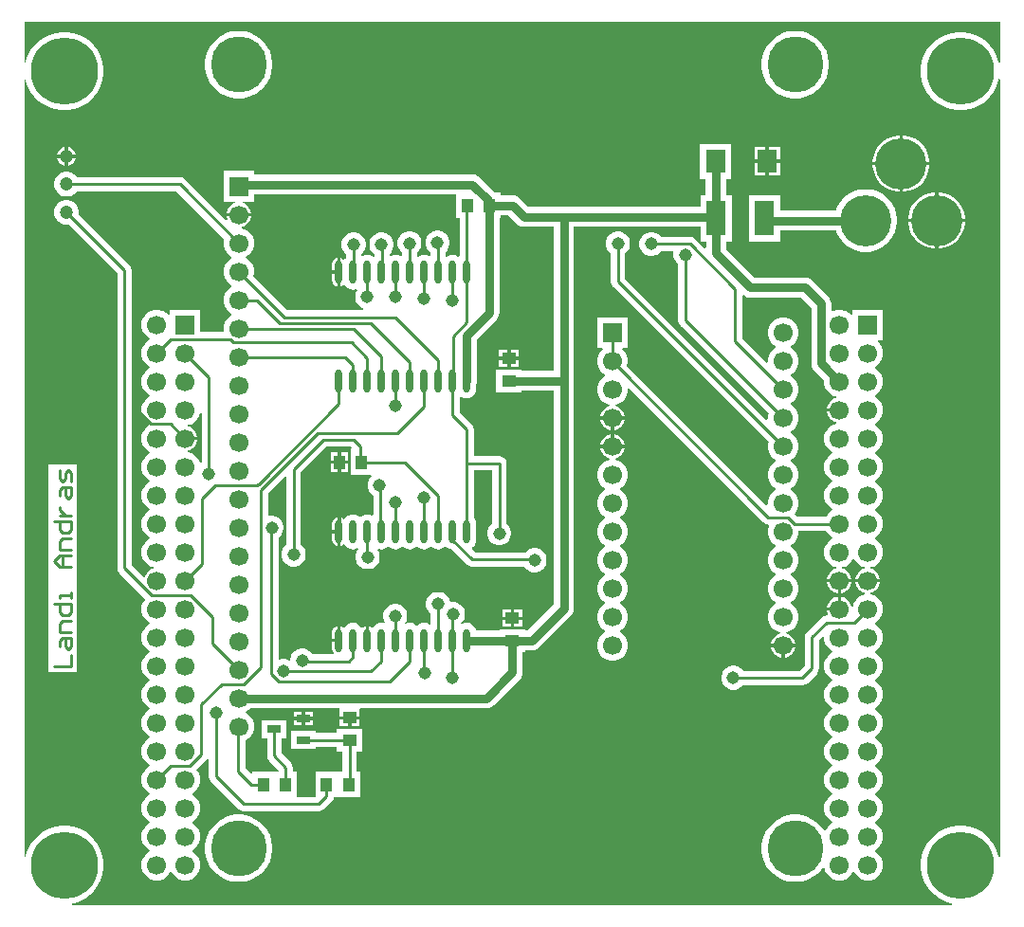
<source format=gtl>
G04*
G04 #@! TF.GenerationSoftware,Altium Limited,Altium Designer,24.2.2 (26)*
G04*
G04 Layer_Physical_Order=1*
G04 Layer_Color=255*
%FSLAX25Y25*%
%MOIN*%
G70*
G04*
G04 #@! TF.SameCoordinates,39AFF50E-F897-457A-A01D-6F320B20273F*
G04*
G04*
G04 #@! TF.FilePolarity,Positive*
G04*
G01*
G75*
%ADD14C,0.01000*%
%ADD30R,0.03937X0.05118*%
%ADD31R,0.04724X0.02559*%
%ADD32O,0.02559X0.08268*%
%ADD33R,0.07008X0.12402*%
%ADD34R,0.05118X0.03937*%
%ADD35R,0.07087X0.08268*%
%ADD36C,0.03000*%
%ADD37C,0.04724*%
%ADD38R,0.06693X0.06693*%
%ADD39C,0.06693*%
%ADD40C,0.19685*%
%ADD41C,0.18000*%
%ADD42R,0.06693X0.06693*%
%ADD43C,0.23622*%
%ADD44C,0.04500*%
%ADD45C,0.05000*%
G36*
X349034Y302086D02*
X348534Y302047D01*
X348471Y302447D01*
X347799Y304514D01*
X346812Y306451D01*
X345534Y308210D01*
X343997Y309747D01*
X342238Y311025D01*
X340302Y312012D01*
X338234Y312684D01*
X336087Y313024D01*
X333913D01*
X331766Y312684D01*
X329698Y312012D01*
X327762Y311025D01*
X326003Y309747D01*
X324465Y308210D01*
X323188Y306451D01*
X322201Y304514D01*
X321529Y302447D01*
X321189Y300300D01*
Y298126D01*
X321529Y295978D01*
X322201Y293911D01*
X323188Y291974D01*
X324465Y290215D01*
X326003Y288678D01*
X327762Y287400D01*
X329698Y286413D01*
X331766Y285742D01*
X333913Y285402D01*
X336087D01*
X338234Y285742D01*
X340302Y286413D01*
X342238Y287400D01*
X343997Y288678D01*
X345534Y290215D01*
X346812Y291974D01*
X347799Y293911D01*
X348471Y295978D01*
X348534Y296378D01*
X349034Y296339D01*
Y22874D01*
X348534Y22834D01*
X348471Y23234D01*
X347799Y25302D01*
X346812Y27239D01*
X345534Y28997D01*
X343997Y30534D01*
X342238Y31812D01*
X340302Y32799D01*
X338234Y33471D01*
X336087Y33811D01*
X333913D01*
X331766Y33471D01*
X329698Y32799D01*
X327762Y31812D01*
X326003Y30534D01*
X324465Y28997D01*
X323188Y27239D01*
X322201Y25302D01*
X321529Y23234D01*
X321189Y21087D01*
Y18913D01*
X321529Y16766D01*
X322201Y14698D01*
X323188Y12762D01*
X324465Y11003D01*
X326003Y9465D01*
X327762Y8188D01*
X329698Y7201D01*
X331766Y6529D01*
X332166Y6466D01*
X332126Y5966D01*
X22874D01*
X22834Y6466D01*
X23234Y6529D01*
X25302Y7201D01*
X27239Y8188D01*
X28997Y9465D01*
X30534Y11003D01*
X31812Y12762D01*
X32799Y14698D01*
X33471Y16766D01*
X33811Y18913D01*
Y21087D01*
X33471Y23234D01*
X32799Y25302D01*
X31812Y27239D01*
X30534Y28997D01*
X28997Y30534D01*
X27239Y31812D01*
X25302Y32799D01*
X23234Y33471D01*
X21087Y33811D01*
X18913D01*
X16766Y33471D01*
X14698Y32799D01*
X12762Y31812D01*
X11003Y30534D01*
X9465Y28997D01*
X8188Y27239D01*
X7201Y25302D01*
X6529Y23234D01*
X6466Y22834D01*
X5966Y22874D01*
Y296339D01*
X6466Y296378D01*
X6529Y295978D01*
X7201Y293911D01*
X8188Y291974D01*
X9465Y290215D01*
X11003Y288678D01*
X12762Y287400D01*
X14698Y286413D01*
X16766Y285742D01*
X18913Y285402D01*
X21087D01*
X23234Y285742D01*
X25302Y286413D01*
X27239Y287400D01*
X28997Y288678D01*
X30534Y290215D01*
X31812Y291974D01*
X32799Y293911D01*
X33471Y295978D01*
X33811Y298126D01*
Y300300D01*
X33471Y302447D01*
X32799Y304514D01*
X31812Y306451D01*
X30534Y308210D01*
X28997Y309747D01*
X27239Y311025D01*
X25302Y312012D01*
X23234Y312684D01*
X21087Y313024D01*
X18913D01*
X16766Y312684D01*
X14698Y312012D01*
X12762Y311025D01*
X11003Y309747D01*
X9465Y308210D01*
X8188Y306451D01*
X7201Y304514D01*
X6529Y302447D01*
X6466Y302047D01*
X5966Y302086D01*
Y316434D01*
X349034D01*
Y302086D01*
D02*
G37*
%LPC*%
G36*
X277901Y313333D02*
X276037D01*
X274196Y313041D01*
X272423Y312466D01*
X270762Y311619D01*
X269254Y310524D01*
X267936Y309205D01*
X266841Y307697D01*
X265994Y306036D01*
X265418Y304264D01*
X265127Y302423D01*
Y300558D01*
X265418Y298717D01*
X265994Y296945D01*
X266841Y295284D01*
X267936Y293776D01*
X269254Y292458D01*
X270762Y291362D01*
X272423Y290516D01*
X274196Y289940D01*
X276037Y289648D01*
X277901D01*
X279742Y289940D01*
X281515Y290516D01*
X283176Y291362D01*
X284684Y292458D01*
X286002Y293776D01*
X287098Y295284D01*
X287944Y296945D01*
X288520Y298717D01*
X288812Y300558D01*
Y302423D01*
X288520Y304264D01*
X287944Y306036D01*
X287098Y307697D01*
X286002Y309205D01*
X284684Y310524D01*
X283176Y311619D01*
X281515Y312466D01*
X279742Y313041D01*
X277901Y313333D01*
D02*
G37*
G36*
X82232D02*
X80368D01*
X78527Y313041D01*
X76754Y312466D01*
X75093Y311619D01*
X73585Y310524D01*
X72267Y309205D01*
X71171Y307697D01*
X70325Y306036D01*
X69749Y304264D01*
X69458Y302423D01*
Y300558D01*
X69749Y298717D01*
X70325Y296945D01*
X71171Y295284D01*
X72267Y293776D01*
X73585Y292458D01*
X75093Y291362D01*
X76754Y290516D01*
X78527Y289940D01*
X80368Y289648D01*
X82232D01*
X84073Y289940D01*
X85846Y290516D01*
X87507Y291362D01*
X89015Y292458D01*
X90333Y293776D01*
X91429Y295284D01*
X92275Y296945D01*
X92851Y298717D01*
X93142Y300558D01*
Y302423D01*
X92851Y304264D01*
X92275Y306036D01*
X91429Y307697D01*
X90333Y309205D01*
X89015Y310524D01*
X87507Y311619D01*
X85846Y312466D01*
X84073Y313041D01*
X82232Y313333D01*
D02*
G37*
G36*
X21348Y272564D02*
Y269848D01*
X24064D01*
X23876Y270549D01*
X23435Y271312D01*
X22812Y271935D01*
X22049Y272376D01*
X21348Y272564D01*
D02*
G37*
G36*
X20167D02*
X19466Y272376D01*
X18703Y271935D01*
X18080Y271312D01*
X17639Y270549D01*
X17451Y269848D01*
X20167D01*
Y272564D01*
D02*
G37*
G36*
X271638Y272618D02*
X267701D01*
Y268091D01*
X271638D01*
Y272618D01*
D02*
G37*
G36*
X266520D02*
X262583D01*
Y268091D01*
X266520D01*
Y272618D01*
D02*
G37*
G36*
X315183Y276684D02*
X314791D01*
Y267290D01*
X324184D01*
Y267683D01*
X323801Y269612D01*
X323048Y271429D01*
X321955Y273065D01*
X320565Y274455D01*
X318929Y275548D01*
X317112Y276301D01*
X315183Y276684D01*
D02*
G37*
G36*
X313610D02*
X313217D01*
X311288Y276301D01*
X309471Y275548D01*
X307835Y274455D01*
X306445Y273065D01*
X305352Y271429D01*
X304599Y269612D01*
X304216Y267683D01*
Y267290D01*
X313610D01*
Y276684D01*
D02*
G37*
G36*
X24064Y268667D02*
X21348D01*
Y265951D01*
X22049Y266139D01*
X22812Y266580D01*
X23435Y267203D01*
X23876Y267966D01*
X24064Y268667D01*
D02*
G37*
G36*
X20167D02*
X17451D01*
X17639Y267966D01*
X18080Y267203D01*
X18703Y266580D01*
X19466Y266139D01*
X20167Y265951D01*
Y268667D01*
D02*
G37*
G36*
X271638Y266910D02*
X267701D01*
Y262382D01*
X271638D01*
Y266910D01*
D02*
G37*
G36*
X266520D02*
X262583D01*
Y262382D01*
X266520D01*
Y266910D01*
D02*
G37*
G36*
X324184Y266109D02*
X314791D01*
Y256716D01*
X315183D01*
X317112Y257099D01*
X318929Y257852D01*
X320565Y258945D01*
X321955Y260335D01*
X323048Y261971D01*
X323801Y263788D01*
X324184Y265717D01*
Y266109D01*
D02*
G37*
G36*
X313610D02*
X304216D01*
Y265717D01*
X304599Y263788D01*
X305352Y261971D01*
X306445Y260335D01*
X307835Y258945D01*
X309471Y257852D01*
X311288Y257099D01*
X313217Y256716D01*
X313610D01*
Y266109D01*
D02*
G37*
G36*
X254543Y273634D02*
X243457D01*
Y261366D01*
X245520D01*
Y255601D01*
X243596D01*
Y251530D01*
X183062D01*
X180096Y254496D01*
X179365Y255057D01*
X178514Y255410D01*
X177600Y255530D01*
X173442D01*
Y256559D01*
X171233D01*
X165996Y261796D01*
X165265Y262357D01*
X164414Y262710D01*
X163500Y262830D01*
X86646D01*
Y264042D01*
X75954D01*
Y253349D01*
X80003D01*
X80069Y252849D01*
X79628Y252731D01*
X78641Y252161D01*
X77835Y251354D01*
X77264Y250367D01*
X76975Y249286D01*
X81300D01*
X85625D01*
X85336Y250367D01*
X84765Y251354D01*
X83959Y252161D01*
X82972Y252731D01*
X82531Y252849D01*
X82597Y253349D01*
X86646D01*
Y255770D01*
X157632D01*
Y247441D01*
X158951D01*
Y234232D01*
X158451Y233985D01*
X158154Y234213D01*
X157356Y234544D01*
X156500Y234657D01*
X155644Y234544D01*
X154846Y234213D01*
X154399Y233870D01*
X153899Y234117D01*
Y235589D01*
X154601Y236290D01*
X155160Y237260D01*
X155450Y238340D01*
Y239459D01*
X155160Y240540D01*
X154601Y241510D01*
X153810Y242301D01*
X152840Y242860D01*
X151760Y243150D01*
X150640D01*
X149560Y242860D01*
X148590Y242301D01*
X147799Y241510D01*
X147240Y240540D01*
X146950Y239459D01*
Y238340D01*
X147240Y237260D01*
X147799Y236290D01*
X148590Y235499D01*
X148801Y235378D01*
Y234282D01*
X148353Y234061D01*
X148154Y234213D01*
X147356Y234544D01*
X146500Y234657D01*
X145644Y234544D01*
X144846Y234213D01*
X144449Y233909D01*
X143949Y234155D01*
Y235339D01*
X144701Y236090D01*
X145260Y237060D01*
X145550Y238141D01*
Y239260D01*
X145260Y240340D01*
X144701Y241310D01*
X143910Y242101D01*
X142940Y242660D01*
X141859Y242950D01*
X140741D01*
X139660Y242660D01*
X138690Y242101D01*
X137899Y241310D01*
X137340Y240340D01*
X137050Y239260D01*
Y238141D01*
X137340Y237060D01*
X137899Y236090D01*
X138690Y235299D01*
X138851Y235206D01*
Y234309D01*
X138351Y234062D01*
X138154Y234213D01*
X137356Y234544D01*
X136500Y234657D01*
X135644Y234544D01*
X134846Y234213D01*
X134697Y234099D01*
X134249Y234321D01*
Y234939D01*
X134901Y235590D01*
X135460Y236560D01*
X135750Y237641D01*
Y238759D01*
X135460Y239840D01*
X134901Y240810D01*
X134110Y241601D01*
X133140Y242160D01*
X132060Y242450D01*
X130940D01*
X129860Y242160D01*
X128890Y241601D01*
X128099Y240810D01*
X127540Y239840D01*
X127250Y238759D01*
Y237641D01*
X127540Y236560D01*
X128099Y235590D01*
X128890Y234799D01*
X129151Y234649D01*
Y234071D01*
X128654Y233834D01*
X128645Y233837D01*
X128154Y234213D01*
X127356Y234544D01*
X126500Y234657D01*
X125644Y234544D01*
X124846Y234213D01*
X124785Y234167D01*
X124309Y234399D01*
X124304Y234738D01*
X124410Y234799D01*
X125201Y235590D01*
X125760Y236560D01*
X126050Y237641D01*
Y238759D01*
X125760Y239840D01*
X125201Y240810D01*
X124410Y241601D01*
X123440Y242160D01*
X122360Y242450D01*
X121240D01*
X120160Y242160D01*
X119190Y241601D01*
X118399Y240810D01*
X117840Y239840D01*
X117550Y238759D01*
Y237641D01*
X117840Y236560D01*
X118399Y235590D01*
X119101Y234889D01*
Y233610D01*
X118680Y233061D01*
X118214Y232973D01*
X118095Y233005D01*
X117383Y233481D01*
X117091Y233540D01*
Y228495D01*
Y223449D01*
X117383Y223508D01*
X118095Y223984D01*
X118214Y224016D01*
X118680Y223928D01*
X119161Y223301D01*
X119846Y222776D01*
X120644Y222445D01*
X121500Y222332D01*
X122356Y222445D01*
X122601Y222546D01*
X122949Y222149D01*
X122540Y221440D01*
X122250Y220359D01*
Y219240D01*
X122540Y218160D01*
X123099Y217190D01*
X123890Y216399D01*
X124860Y215840D01*
X125217Y215744D01*
X125151Y215244D01*
X98356D01*
X86427Y227173D01*
X86646Y227991D01*
Y229399D01*
X86282Y230759D01*
X85578Y231978D01*
X84583Y232974D01*
X83833Y233407D01*
Y233984D01*
X84583Y234417D01*
X85578Y235413D01*
X86282Y236632D01*
X86646Y237991D01*
Y239399D01*
X86282Y240759D01*
X85578Y241978D01*
X84583Y242973D01*
X83364Y243677D01*
X82301Y243962D01*
Y244480D01*
X82972Y244660D01*
X83959Y245230D01*
X84765Y246036D01*
X85336Y247024D01*
X85625Y248105D01*
X81300D01*
X76975D01*
X77264Y247024D01*
X76838Y246762D01*
X62383Y261217D01*
X61556Y261770D01*
X60580Y261964D01*
X24323D01*
X24248Y262093D01*
X23436Y262906D01*
X22441Y263480D01*
X21332Y263777D01*
X20183D01*
X19074Y263480D01*
X18079Y262906D01*
X17267Y262093D01*
X16693Y261099D01*
X16395Y259989D01*
Y258841D01*
X16693Y257731D01*
X17267Y256736D01*
X18079Y255924D01*
X19074Y255350D01*
X20183Y255053D01*
X21332D01*
X22441Y255350D01*
X23436Y255924D01*
X24248Y256736D01*
X24323Y256866D01*
X59525D01*
X76173Y240218D01*
X75954Y239399D01*
Y237991D01*
X76318Y236632D01*
X77022Y235413D01*
X78017Y234417D01*
X78767Y233984D01*
Y233407D01*
X78017Y232974D01*
X77022Y231978D01*
X76318Y230759D01*
X75954Y229399D01*
Y227991D01*
X76318Y226632D01*
X77022Y225413D01*
X78017Y224417D01*
X78768Y223984D01*
Y223407D01*
X78017Y222973D01*
X77021Y221978D01*
X76318Y220759D01*
X75953Y219399D01*
Y217991D01*
X76318Y216631D01*
X77021Y215412D01*
X78017Y214417D01*
X78767Y213984D01*
Y213406D01*
X78017Y212973D01*
X77021Y211978D01*
X76318Y210759D01*
X75953Y209399D01*
Y207991D01*
X76007Y207792D01*
X75702Y207395D01*
X67847D01*
Y215347D01*
X57153D01*
Y213584D01*
X56653Y213407D01*
X55783Y214278D01*
X54564Y214982D01*
X53204Y215347D01*
X51796D01*
X50436Y214982D01*
X49217Y214278D01*
X48222Y213283D01*
X47518Y212064D01*
X47154Y210704D01*
Y209296D01*
X47518Y207936D01*
X48222Y206717D01*
X49217Y205722D01*
X49967Y205289D01*
Y204711D01*
X49217Y204278D01*
X48222Y203283D01*
X47518Y202064D01*
X47154Y200704D01*
Y199296D01*
X47518Y197936D01*
X48222Y196717D01*
X49217Y195722D01*
X49967Y195289D01*
Y194711D01*
X49217Y194278D01*
X48222Y193283D01*
X47518Y192064D01*
X47154Y190704D01*
Y189296D01*
X47518Y187936D01*
X48222Y186717D01*
X49217Y185722D01*
X49967Y185289D01*
Y184711D01*
X49217Y184278D01*
X48222Y183283D01*
X47518Y182064D01*
X47154Y180704D01*
Y179296D01*
X47518Y177936D01*
X48222Y176717D01*
X49217Y175722D01*
X49967Y175289D01*
Y174711D01*
X49217Y174278D01*
X48222Y173283D01*
X47518Y172064D01*
X47154Y170704D01*
Y169296D01*
X47518Y167936D01*
X48222Y166717D01*
X49217Y165722D01*
X49967Y165289D01*
Y164711D01*
X49217Y164278D01*
X48222Y163283D01*
X47518Y162064D01*
X47154Y160704D01*
Y159296D01*
X47518Y157936D01*
X48222Y156717D01*
X49217Y155722D01*
X49967Y155289D01*
Y154711D01*
X49217Y154278D01*
X48222Y153283D01*
X47518Y152064D01*
X47154Y150704D01*
Y149296D01*
X47518Y147936D01*
X48222Y146717D01*
X49217Y145722D01*
X49967Y145289D01*
Y144711D01*
X49217Y144278D01*
X48222Y143283D01*
X47518Y142064D01*
X47154Y140704D01*
Y139296D01*
X47518Y137936D01*
X48222Y136717D01*
X49217Y135722D01*
X49967Y135289D01*
Y134711D01*
X49217Y134278D01*
X48222Y133283D01*
X47518Y132064D01*
X47154Y130704D01*
Y129296D01*
X47518Y127936D01*
X48222Y126717D01*
X49217Y125722D01*
X50436Y125018D01*
X51499Y124733D01*
Y124215D01*
X50828Y124036D01*
X49841Y123465D01*
X49035Y122659D01*
X48464Y121672D01*
X48407Y121457D01*
X47924Y121327D01*
X43718Y125533D01*
Y229161D01*
X43524Y230136D01*
X42972Y230963D01*
X25081Y248854D01*
X25120Y248998D01*
Y250147D01*
X24822Y251256D01*
X24248Y252251D01*
X23436Y253063D01*
X22441Y253637D01*
X21332Y253935D01*
X20183D01*
X19074Y253637D01*
X18079Y253063D01*
X17267Y252251D01*
X16693Y251256D01*
X16395Y250147D01*
Y248998D01*
X16693Y247889D01*
X17267Y246894D01*
X18079Y246082D01*
X19074Y245508D01*
X20183Y245210D01*
X21332D01*
X21476Y245249D01*
X38620Y228105D01*
Y124477D01*
X38814Y123502D01*
X39367Y122675D01*
X48490Y113551D01*
X48222Y113283D01*
X47518Y112064D01*
X47154Y110704D01*
Y109296D01*
X47518Y107936D01*
X48222Y106717D01*
X49217Y105722D01*
X49967Y105289D01*
Y104711D01*
X49217Y104278D01*
X48222Y103283D01*
X47518Y102064D01*
X47154Y100704D01*
Y99296D01*
X47518Y97936D01*
X48222Y96717D01*
X49217Y95722D01*
X49967Y95289D01*
Y94711D01*
X49217Y94278D01*
X48222Y93283D01*
X47518Y92064D01*
X47154Y90704D01*
Y89296D01*
X47518Y87936D01*
X48222Y86717D01*
X49217Y85722D01*
X49967Y85289D01*
Y84711D01*
X49217Y84278D01*
X48222Y83283D01*
X47518Y82064D01*
X47154Y80704D01*
Y79296D01*
X47518Y77936D01*
X48222Y76717D01*
X49217Y75722D01*
X49967Y75289D01*
Y74711D01*
X49217Y74278D01*
X48222Y73283D01*
X47518Y72064D01*
X47154Y70704D01*
Y69296D01*
X47518Y67936D01*
X48222Y66717D01*
X49217Y65722D01*
X49967Y65289D01*
Y64711D01*
X49217Y64278D01*
X48222Y63283D01*
X47518Y62064D01*
X47154Y60704D01*
Y59296D01*
X47518Y57936D01*
X48222Y56717D01*
X49217Y55722D01*
X49967Y55289D01*
Y54711D01*
X49217Y54278D01*
X48222Y53283D01*
X47518Y52064D01*
X47154Y50704D01*
Y49296D01*
X47518Y47936D01*
X48222Y46717D01*
X49217Y45722D01*
X49967Y45289D01*
Y44711D01*
X49217Y44278D01*
X48222Y43283D01*
X47518Y42064D01*
X47154Y40704D01*
Y39296D01*
X47518Y37936D01*
X48222Y36717D01*
X49217Y35722D01*
X49967Y35289D01*
Y34711D01*
X49217Y34278D01*
X48222Y33283D01*
X47518Y32064D01*
X47154Y30704D01*
Y29296D01*
X47518Y27936D01*
X48222Y26717D01*
X49217Y25722D01*
X49967Y25289D01*
Y24711D01*
X49217Y24278D01*
X48222Y23283D01*
X47518Y22064D01*
X47154Y20704D01*
Y19296D01*
X47518Y17936D01*
X48222Y16717D01*
X49217Y15722D01*
X50436Y15018D01*
X51796Y14654D01*
X53204D01*
X54564Y15018D01*
X55783Y15722D01*
X56778Y16717D01*
X57211Y17467D01*
X57789D01*
X58222Y16717D01*
X59217Y15722D01*
X60436Y15018D01*
X61796Y14654D01*
X63204D01*
X64564Y15018D01*
X65783Y15722D01*
X66778Y16717D01*
X67482Y17936D01*
X67847Y19296D01*
Y20704D01*
X67482Y22064D01*
X66778Y23283D01*
X65783Y24278D01*
X65033Y24711D01*
Y25289D01*
X65783Y25722D01*
X66778Y26717D01*
X67482Y27936D01*
X67847Y29296D01*
Y30704D01*
X67482Y32064D01*
X66778Y33283D01*
X65783Y34278D01*
X65033Y34711D01*
Y35289D01*
X65783Y35722D01*
X66778Y36717D01*
X67482Y37936D01*
X67847Y39296D01*
Y40704D01*
X67482Y42064D01*
X66778Y43283D01*
X65783Y44278D01*
X65033Y44711D01*
Y45289D01*
X65783Y45722D01*
X66778Y46717D01*
X67482Y47936D01*
X67847Y49296D01*
Y50704D01*
X67482Y52064D01*
X66778Y53283D01*
X66510Y53551D01*
X69902Y56944D01*
X70251Y57465D01*
X70751Y57314D01*
Y51200D01*
X70945Y50225D01*
X71498Y49398D01*
X81298Y39598D01*
X82125Y39045D01*
X83100Y38851D01*
X109300D01*
X110275Y39045D01*
X111102Y39598D01*
X114002Y42498D01*
X114555Y43325D01*
X114638Y43740D01*
X124042D01*
Y52858D01*
X122823D01*
Y59895D01*
X124859D01*
Y67831D01*
X115741D01*
Y66549D01*
X108462D01*
Y67279D01*
X99738D01*
Y60720D01*
X108462D01*
Y61451D01*
X115741D01*
Y59895D01*
X117725D01*
Y52858D01*
X108231D01*
Y43949D01*
X101805D01*
Y52859D01*
X100386D01*
Y54363D01*
X100192Y55339D01*
X99639Y56165D01*
X96349Y59456D01*
Y64461D01*
X98013D01*
Y71020D01*
X89289D01*
Y64461D01*
X91251D01*
Y58400D01*
X91445Y57424D01*
X91998Y56598D01*
X95236Y53359D01*
X95163Y52859D01*
X85994D01*
Y52364D01*
X85533Y52172D01*
X83649Y54056D01*
Y63877D01*
X84582Y64416D01*
X85577Y65411D01*
X86281Y66630D01*
X86645Y67990D01*
Y69398D01*
X86281Y70758D01*
X85577Y71977D01*
X84582Y72972D01*
X83831Y73405D01*
Y73983D01*
X84582Y74416D01*
X85330Y75164D01*
X116694D01*
X116757Y74690D01*
X116757Y74664D01*
Y72328D01*
X120300D01*
X123843D01*
Y74664D01*
X123843Y74690D01*
X123906Y75164D01*
X168394D01*
X169308Y75284D01*
X170159Y75637D01*
X170890Y76198D01*
X179996Y85304D01*
X180557Y86035D01*
X180910Y86886D01*
X181030Y87800D01*
Y94932D01*
X182059D01*
Y95370D01*
X184300D01*
X185214Y95490D01*
X186065Y95843D01*
X186796Y96404D01*
X198096Y107704D01*
X198657Y108435D01*
X199010Y109286D01*
X199130Y110200D01*
Y244470D01*
X243596D01*
Y239199D01*
X245570D01*
Y237092D01*
X245108Y236900D01*
X241756Y240252D01*
X240929Y240805D01*
X239953Y240999D01*
X229707D01*
X229701Y241010D01*
X228910Y241801D01*
X227940Y242360D01*
X226859Y242650D01*
X225741D01*
X224660Y242360D01*
X223690Y241801D01*
X222899Y241010D01*
X222340Y240040D01*
X222050Y238960D01*
Y237841D01*
X222340Y236760D01*
X222899Y235790D01*
X223690Y234999D01*
X224660Y234440D01*
X225741Y234150D01*
X226859D01*
X227940Y234440D01*
X228910Y234999D01*
X229701Y235790D01*
X229765Y235901D01*
X233911D01*
X234216Y235504D01*
X234150Y235260D01*
Y234140D01*
X234440Y233060D01*
X234999Y232090D01*
X235790Y231299D01*
X235851Y231264D01*
Y211500D01*
X236045Y210524D01*
X236598Y209697D01*
X267573Y178722D01*
X267354Y177903D01*
Y176858D01*
X266853Y176651D01*
X217149Y226356D01*
Y235064D01*
X217210Y235099D01*
X218001Y235890D01*
X218560Y236860D01*
X218850Y237941D01*
Y239059D01*
X218560Y240140D01*
X218001Y241110D01*
X217210Y241901D01*
X216240Y242460D01*
X215160Y242750D01*
X214040D01*
X212960Y242460D01*
X211990Y241901D01*
X211199Y241110D01*
X210640Y240140D01*
X210350Y239059D01*
Y237941D01*
X210640Y236860D01*
X211199Y235890D01*
X211990Y235099D01*
X212051Y235064D01*
Y225300D01*
X212245Y224324D01*
X212798Y223497D01*
X267573Y168722D01*
X267354Y167903D01*
Y166496D01*
X267718Y165136D01*
X268422Y163917D01*
X269417Y162922D01*
X270167Y162488D01*
Y161911D01*
X269417Y161478D01*
X268422Y160483D01*
X267718Y159263D01*
X267354Y157904D01*
Y156496D01*
X267718Y155136D01*
X268422Y153917D01*
X269417Y152921D01*
X270167Y152488D01*
Y151911D01*
X269417Y151478D01*
X268422Y150482D01*
X267718Y149263D01*
X267354Y147904D01*
Y146858D01*
X266853Y146651D01*
X217827Y195678D01*
X218046Y196496D01*
Y197904D01*
X217682Y199264D01*
X216978Y200483D01*
X216108Y201354D01*
X216284Y201853D01*
X218046D01*
Y212546D01*
X207353D01*
Y201853D01*
X209116D01*
X209293Y201354D01*
X208422Y200483D01*
X207718Y199264D01*
X207353Y197904D01*
Y196496D01*
X207718Y195136D01*
X208422Y193917D01*
X209417Y192922D01*
X210167Y192489D01*
Y191911D01*
X209417Y191478D01*
X208422Y190483D01*
X207718Y189264D01*
X207353Y187904D01*
Y186496D01*
X207718Y185136D01*
X208422Y183917D01*
X209417Y182922D01*
X210636Y182218D01*
X211700Y181933D01*
Y181415D01*
X211028Y181236D01*
X210041Y180665D01*
X209235Y179859D01*
X208664Y178872D01*
X208375Y177791D01*
X212700D01*
X217025D01*
X216736Y178872D01*
X216165Y179859D01*
X215359Y180665D01*
X214372Y181236D01*
X213701Y181415D01*
Y181933D01*
X214764Y182218D01*
X215983Y182922D01*
X216978Y183917D01*
X217682Y185136D01*
X218046Y186496D01*
Y187542D01*
X218547Y187749D01*
X265744Y140551D01*
X266571Y139998D01*
X267462Y139821D01*
X267786Y139381D01*
X267718Y139263D01*
X267354Y137903D01*
Y136496D01*
X267718Y135136D01*
X268422Y133917D01*
X269417Y132922D01*
X270167Y132488D01*
Y131911D01*
X269417Y131478D01*
X268422Y130482D01*
X267718Y129263D01*
X267354Y127903D01*
Y126496D01*
X267718Y125136D01*
X268422Y123917D01*
X269417Y122922D01*
X270167Y122488D01*
Y121911D01*
X269417Y121478D01*
X268422Y120483D01*
X267718Y119263D01*
X267354Y117903D01*
Y116496D01*
X267718Y115136D01*
X268422Y113917D01*
X269417Y112922D01*
X270167Y112488D01*
Y111911D01*
X269417Y111478D01*
X268422Y110483D01*
X267718Y109263D01*
X267354Y107904D01*
Y106496D01*
X267718Y105136D01*
X268422Y103917D01*
X269417Y102921D01*
X270636Y102218D01*
X271700Y101933D01*
Y101415D01*
X271028Y101235D01*
X270041Y100665D01*
X269235Y99859D01*
X268664Y98871D01*
X268375Y97790D01*
X272700D01*
X277025D01*
X276736Y98871D01*
X276165Y99859D01*
X275359Y100665D01*
X274372Y101235D01*
X273700Y101415D01*
Y101933D01*
X274764Y102218D01*
X275983Y102921D01*
X276978Y103917D01*
X277682Y105136D01*
X278046Y106496D01*
Y107904D01*
X277682Y109263D01*
X276978Y110483D01*
X275983Y111478D01*
X275233Y111911D01*
Y112488D01*
X275983Y112922D01*
X276978Y113917D01*
X277682Y115136D01*
X278046Y116496D01*
Y117903D01*
X277682Y119263D01*
X276978Y120483D01*
X275983Y121478D01*
X275233Y121911D01*
Y122488D01*
X275983Y122922D01*
X276978Y123917D01*
X277682Y125136D01*
X278046Y126496D01*
Y127903D01*
X277682Y129263D01*
X276978Y130482D01*
X275983Y131478D01*
X275233Y131911D01*
Y132488D01*
X275983Y132922D01*
X276978Y133917D01*
X277682Y135136D01*
X278046Y136496D01*
Y137451D01*
X287798D01*
X288222Y136717D01*
X289217Y135722D01*
X289967Y135289D01*
Y134711D01*
X289217Y134278D01*
X288222Y133283D01*
X287518Y132064D01*
X287154Y130704D01*
Y129296D01*
X287518Y127936D01*
X288222Y126717D01*
X289217Y125722D01*
X290436Y125018D01*
X291499Y124733D01*
Y124215D01*
X290828Y124036D01*
X289841Y123465D01*
X289035Y122659D01*
X288464Y121672D01*
X288175Y120591D01*
X292500D01*
X296825D01*
X296536Y121672D01*
X295965Y122659D01*
X295159Y123465D01*
X294172Y124036D01*
X293500Y124215D01*
Y124733D01*
X294564Y125018D01*
X295783Y125722D01*
X296778Y126717D01*
X297211Y127467D01*
X297789D01*
X298222Y126717D01*
X299217Y125722D01*
X300436Y125018D01*
X301500Y124733D01*
Y124215D01*
X300828Y124036D01*
X299841Y123465D01*
X299035Y122659D01*
X298464Y121672D01*
X298175Y120591D01*
X302500D01*
X306825D01*
X306536Y121672D01*
X305965Y122659D01*
X305159Y123465D01*
X304172Y124036D01*
X303501Y124215D01*
Y124733D01*
X304564Y125018D01*
X305783Y125722D01*
X306778Y126717D01*
X307482Y127936D01*
X307846Y129296D01*
Y130704D01*
X307482Y132064D01*
X306778Y133283D01*
X305783Y134278D01*
X305033Y134711D01*
Y135289D01*
X305783Y135722D01*
X306778Y136717D01*
X307482Y137936D01*
X307846Y139296D01*
Y140704D01*
X307482Y142064D01*
X306778Y143283D01*
X305783Y144278D01*
X305033Y144711D01*
Y145289D01*
X305783Y145722D01*
X306778Y146717D01*
X307482Y147936D01*
X307846Y149296D01*
Y150704D01*
X307482Y152064D01*
X306778Y153283D01*
X305783Y154278D01*
X305033Y154711D01*
Y155289D01*
X305783Y155722D01*
X306778Y156717D01*
X307482Y157936D01*
X307846Y159296D01*
Y160704D01*
X307482Y162064D01*
X306778Y163283D01*
X305783Y164278D01*
X305033Y164711D01*
Y165289D01*
X305783Y165722D01*
X306778Y166717D01*
X307482Y167936D01*
X307846Y169296D01*
Y170704D01*
X307482Y172064D01*
X306778Y173283D01*
X305783Y174278D01*
X305033Y174711D01*
Y175289D01*
X305783Y175722D01*
X306778Y176717D01*
X307482Y177936D01*
X307846Y179296D01*
Y180704D01*
X307482Y182064D01*
X306778Y183283D01*
X305783Y184278D01*
X305033Y184711D01*
Y185289D01*
X305783Y185722D01*
X306778Y186717D01*
X307482Y187936D01*
X307846Y189296D01*
Y190704D01*
X307482Y192064D01*
X306778Y193283D01*
X305783Y194278D01*
X305033Y194711D01*
Y195289D01*
X305783Y195722D01*
X306778Y196717D01*
X307482Y197936D01*
X307846Y199296D01*
Y200704D01*
X307482Y202064D01*
X306778Y203283D01*
X305908Y204153D01*
X306084Y204654D01*
X307846D01*
Y215347D01*
X297153D01*
Y213584D01*
X296654Y213407D01*
X295783Y214278D01*
X294564Y214982D01*
X293204Y215347D01*
X291796D01*
X290436Y214982D01*
X290081Y214777D01*
X289648Y215027D01*
Y217425D01*
X289648Y217425D01*
X289528Y218338D01*
X289175Y219190D01*
X288614Y219921D01*
X288614Y219921D01*
X282939Y225596D01*
X282208Y226157D01*
X281356Y226510D01*
X280443Y226630D01*
X262562D01*
X252630Y236562D01*
Y239199D01*
X254604D01*
Y255601D01*
X252580D01*
Y261366D01*
X254543D01*
Y273634D01*
D02*
G37*
G36*
X302566Y257700D02*
X300834D01*
X299124Y257429D01*
X297478Y256894D01*
X295935Y256108D01*
X294534Y255090D01*
X293310Y253866D01*
X292292Y252465D01*
X291506Y250922D01*
X291281Y250230D01*
X271604D01*
Y255601D01*
X260596D01*
Y239199D01*
X271604D01*
Y243170D01*
X291281D01*
X291506Y242477D01*
X292292Y240935D01*
X293310Y239534D01*
X294534Y238310D01*
X295935Y237292D01*
X297478Y236506D01*
X299124Y235971D01*
X300834Y235700D01*
X302566D01*
X304276Y235971D01*
X305923Y236506D01*
X307465Y237292D01*
X308866Y238310D01*
X310090Y239534D01*
X311108Y240935D01*
X311894Y242477D01*
X312429Y244124D01*
X312700Y245834D01*
Y247566D01*
X312429Y249276D01*
X311894Y250922D01*
X311108Y252465D01*
X310090Y253866D01*
X308866Y255090D01*
X307465Y256108D01*
X305923Y256894D01*
X304276Y257429D01*
X302566Y257700D01*
D02*
G37*
G36*
X327683Y256684D02*
X327291D01*
Y247290D01*
X336684D01*
Y247683D01*
X336301Y249612D01*
X335548Y251429D01*
X334455Y253065D01*
X333065Y254455D01*
X331429Y255548D01*
X329612Y256301D01*
X327683Y256684D01*
D02*
G37*
G36*
X326110D02*
X325717D01*
X323788Y256301D01*
X321971Y255548D01*
X320335Y254455D01*
X318945Y253065D01*
X317852Y251429D01*
X317099Y249612D01*
X316716Y247683D01*
Y247290D01*
X326110D01*
Y256684D01*
D02*
G37*
G36*
X336684Y246110D02*
X327291D01*
Y236716D01*
X327683D01*
X329612Y237099D01*
X331429Y237852D01*
X333065Y238945D01*
X334455Y240335D01*
X335548Y241971D01*
X336301Y243788D01*
X336684Y245717D01*
Y246110D01*
D02*
G37*
G36*
X326110D02*
X316716D01*
Y245717D01*
X317099Y243788D01*
X317852Y241971D01*
X318945Y240335D01*
X320335Y238945D01*
X321971Y237852D01*
X323788Y237099D01*
X325717Y236716D01*
X326110D01*
Y246110D01*
D02*
G37*
G36*
X115909Y233540D02*
X115617Y233481D01*
X114868Y232981D01*
X114368Y232232D01*
X114192Y231349D01*
Y229085D01*
X115909D01*
Y233540D01*
D02*
G37*
G36*
Y227904D02*
X114192D01*
Y225640D01*
X114368Y224757D01*
X114868Y224008D01*
X115617Y223508D01*
X115909Y223449D01*
Y227904D01*
D02*
G37*
G36*
X217025Y176609D02*
X213291D01*
Y172875D01*
X214372Y173164D01*
X215359Y173735D01*
X216165Y174541D01*
X216736Y175528D01*
X217025Y176609D01*
D02*
G37*
G36*
X212109D02*
X208375D01*
X208664Y175528D01*
X209235Y174541D01*
X210041Y173735D01*
X211028Y173164D01*
X212109Y172875D01*
Y176609D01*
D02*
G37*
G36*
X213291Y171525D02*
Y167791D01*
X217025D01*
X216736Y168872D01*
X216165Y169859D01*
X215359Y170665D01*
X214372Y171236D01*
X213291Y171525D01*
D02*
G37*
G36*
X212109D02*
X211028Y171236D01*
X210041Y170665D01*
X209235Y169859D01*
X208664Y168872D01*
X208375Y167791D01*
X212109D01*
Y171525D01*
D02*
G37*
G36*
X296825Y119409D02*
X293091D01*
Y115675D01*
X294172Y115964D01*
X295159Y116535D01*
X295965Y117341D01*
X296536Y118328D01*
X296825Y119409D01*
D02*
G37*
G36*
X291910D02*
X288175D01*
X288464Y118328D01*
X289035Y117341D01*
X289841Y116535D01*
X290828Y115964D01*
X291910Y115675D01*
Y119409D01*
D02*
G37*
G36*
X306825D02*
X302500D01*
X298175D01*
X298464Y118328D01*
X299035Y117341D01*
X299841Y116535D01*
X300828Y115964D01*
X301500Y115785D01*
Y115267D01*
X300436Y114982D01*
X299217Y114278D01*
X298222Y113283D01*
X297518Y112064D01*
X297233Y111001D01*
X296715D01*
X296536Y111672D01*
X295965Y112659D01*
X295159Y113465D01*
X294172Y114036D01*
X293091Y114325D01*
Y110000D01*
X292500D01*
Y109409D01*
X288175D01*
X288464Y108328D01*
X288549Y108182D01*
X288299Y107749D01*
X287900D01*
X286925Y107555D01*
X286098Y107002D01*
X280998Y101902D01*
X280445Y101075D01*
X280251Y100100D01*
Y90156D01*
X278444Y88349D01*
X258636D01*
X258601Y88410D01*
X257810Y89201D01*
X256840Y89760D01*
X255760Y90050D01*
X254641D01*
X253560Y89760D01*
X252590Y89201D01*
X251799Y88410D01*
X251240Y87440D01*
X250950Y86360D01*
Y85241D01*
X251240Y84160D01*
X251799Y83190D01*
X252590Y82399D01*
X253560Y81840D01*
X254641Y81550D01*
X255760D01*
X256840Y81840D01*
X257810Y82399D01*
X258601Y83190D01*
X258636Y83251D01*
X279500D01*
X280475Y83445D01*
X281302Y83998D01*
X284602Y87298D01*
X285155Y88125D01*
X285349Y89100D01*
Y99044D01*
X286653Y100349D01*
X287154Y100142D01*
Y99296D01*
X287518Y97936D01*
X288222Y96717D01*
X289217Y95722D01*
X289967Y95289D01*
Y94711D01*
X289217Y94278D01*
X288222Y93283D01*
X287518Y92064D01*
X287154Y90704D01*
Y89296D01*
X287518Y87936D01*
X288222Y86717D01*
X289217Y85722D01*
X289967Y85289D01*
Y84711D01*
X289217Y84278D01*
X288222Y83283D01*
X287518Y82064D01*
X287154Y80704D01*
Y79296D01*
X287518Y77936D01*
X288222Y76717D01*
X289217Y75722D01*
X289967Y75289D01*
Y74711D01*
X289217Y74278D01*
X288222Y73283D01*
X287518Y72064D01*
X287154Y70704D01*
Y69296D01*
X287518Y67936D01*
X288222Y66717D01*
X289217Y65722D01*
X289967Y65289D01*
Y64711D01*
X289217Y64278D01*
X288222Y63283D01*
X287518Y62064D01*
X287154Y60704D01*
Y59296D01*
X287518Y57936D01*
X288222Y56717D01*
X289217Y55722D01*
X289967Y55289D01*
Y54711D01*
X289217Y54278D01*
X288222Y53283D01*
X287518Y52064D01*
X287154Y50704D01*
Y49296D01*
X287518Y47936D01*
X288222Y46717D01*
X289217Y45722D01*
X289967Y45289D01*
Y44711D01*
X289217Y44278D01*
X288222Y43283D01*
X287518Y42064D01*
X287154Y40704D01*
Y39296D01*
X287518Y37936D01*
X288222Y36717D01*
X289217Y35722D01*
X289967Y35289D01*
Y34711D01*
X289217Y34278D01*
X288222Y33283D01*
X287605Y32214D01*
X287298Y32149D01*
X287192Y32151D01*
X287035Y32193D01*
X286002Y33615D01*
X284684Y34933D01*
X283176Y36029D01*
X281515Y36875D01*
X279742Y37451D01*
X277901Y37742D01*
X276037D01*
X274196Y37451D01*
X272423Y36875D01*
X270762Y36029D01*
X269254Y34933D01*
X267936Y33615D01*
X266841Y32107D01*
X265994Y30446D01*
X265418Y28673D01*
X265127Y26832D01*
Y24968D01*
X265418Y23127D01*
X265994Y21354D01*
X266841Y19693D01*
X267936Y18185D01*
X269254Y16867D01*
X270762Y15771D01*
X272423Y14925D01*
X274196Y14349D01*
X276037Y14058D01*
X277901D01*
X279742Y14349D01*
X281515Y14925D01*
X283176Y15771D01*
X284684Y16867D01*
X286002Y18185D01*
X286683Y19122D01*
X287227Y19021D01*
X287518Y17936D01*
X288222Y16717D01*
X289217Y15722D01*
X290436Y15018D01*
X291796Y14654D01*
X293204D01*
X294564Y15018D01*
X295783Y15722D01*
X296778Y16717D01*
X297211Y17467D01*
X297789D01*
X298222Y16717D01*
X299217Y15722D01*
X300436Y15018D01*
X301796Y14654D01*
X303204D01*
X304564Y15018D01*
X305783Y15722D01*
X306778Y16717D01*
X307482Y17936D01*
X307846Y19296D01*
Y20704D01*
X307482Y22064D01*
X306778Y23283D01*
X305783Y24278D01*
X305033Y24711D01*
Y25289D01*
X305783Y25722D01*
X306778Y26717D01*
X307482Y27936D01*
X307846Y29296D01*
Y30704D01*
X307482Y32064D01*
X306778Y33283D01*
X305783Y34278D01*
X305033Y34711D01*
Y35289D01*
X305783Y35722D01*
X306778Y36717D01*
X307482Y37936D01*
X307846Y39296D01*
Y40704D01*
X307482Y42064D01*
X306778Y43283D01*
X305783Y44278D01*
X305033Y44711D01*
Y45289D01*
X305783Y45722D01*
X306778Y46717D01*
X307482Y47936D01*
X307846Y49296D01*
Y50704D01*
X307482Y52064D01*
X306778Y53283D01*
X305783Y54278D01*
X305033Y54711D01*
Y55289D01*
X305783Y55722D01*
X306778Y56717D01*
X307482Y57936D01*
X307846Y59296D01*
Y60704D01*
X307482Y62064D01*
X306778Y63283D01*
X305783Y64278D01*
X305033Y64711D01*
Y65289D01*
X305783Y65722D01*
X306778Y66717D01*
X307482Y67936D01*
X307846Y69296D01*
Y70704D01*
X307482Y72064D01*
X306778Y73283D01*
X305783Y74278D01*
X305033Y74711D01*
Y75289D01*
X305783Y75722D01*
X306778Y76717D01*
X307482Y77936D01*
X307846Y79296D01*
Y80704D01*
X307482Y82064D01*
X306778Y83283D01*
X305783Y84278D01*
X305033Y84711D01*
Y85289D01*
X305783Y85722D01*
X306778Y86717D01*
X307482Y87936D01*
X307846Y89296D01*
Y90704D01*
X307482Y92064D01*
X306778Y93283D01*
X305783Y94278D01*
X305033Y94711D01*
Y95289D01*
X305783Y95722D01*
X306778Y96717D01*
X307482Y97936D01*
X307846Y99296D01*
Y100704D01*
X307482Y102064D01*
X306778Y103283D01*
X305783Y104278D01*
X305033Y104711D01*
Y105289D01*
X305783Y105722D01*
X306778Y106717D01*
X307482Y107936D01*
X307846Y109296D01*
Y110704D01*
X307482Y112064D01*
X306778Y113283D01*
X305783Y114278D01*
X304564Y114982D01*
X303501Y115267D01*
Y115785D01*
X304172Y115964D01*
X305159Y116535D01*
X305965Y117341D01*
X306536Y118328D01*
X306825Y119409D01*
D02*
G37*
G36*
X291910Y114325D02*
X290828Y114036D01*
X289841Y113465D01*
X289035Y112659D01*
X288464Y111672D01*
X288175Y110591D01*
X291910D01*
Y114325D01*
D02*
G37*
G36*
X277025Y96609D02*
X273290D01*
Y92874D01*
X274372Y93164D01*
X275359Y93734D01*
X276165Y94541D01*
X276736Y95528D01*
X277025Y96609D01*
D02*
G37*
G36*
X272110D02*
X268375D01*
X268664Y95528D01*
X269235Y94541D01*
X270041Y93734D01*
X271028Y93164D01*
X272110Y92874D01*
Y96609D01*
D02*
G37*
G36*
X217025Y166609D02*
X212700D01*
X208375D01*
X208664Y165528D01*
X209235Y164541D01*
X210041Y163735D01*
X211028Y163164D01*
X211700Y162985D01*
Y162467D01*
X210636Y162182D01*
X209417Y161478D01*
X208422Y160483D01*
X207718Y159264D01*
X207353Y157904D01*
Y156496D01*
X207718Y155136D01*
X208422Y153917D01*
X209417Y152922D01*
X210167Y152489D01*
Y151911D01*
X209417Y151478D01*
X208422Y150483D01*
X207718Y149264D01*
X207353Y147904D01*
Y146496D01*
X207718Y145136D01*
X208422Y143917D01*
X209417Y142922D01*
X210167Y142489D01*
Y141911D01*
X209417Y141478D01*
X208422Y140483D01*
X207718Y139264D01*
X207353Y137904D01*
Y136496D01*
X207718Y135136D01*
X208422Y133917D01*
X209417Y132922D01*
X210167Y132489D01*
Y131911D01*
X209417Y131478D01*
X208422Y130483D01*
X207718Y129264D01*
X207353Y127904D01*
Y126496D01*
X207718Y125136D01*
X208422Y123917D01*
X209417Y122922D01*
X210167Y122489D01*
Y121911D01*
X209417Y121478D01*
X208422Y120483D01*
X207718Y119264D01*
X207353Y117904D01*
Y116496D01*
X207718Y115136D01*
X208422Y113917D01*
X209417Y112922D01*
X210167Y112489D01*
Y111911D01*
X209417Y111478D01*
X208422Y110483D01*
X207718Y109264D01*
X207353Y107904D01*
Y106496D01*
X207718Y105136D01*
X208422Y103917D01*
X209417Y102922D01*
X210167Y102489D01*
Y101911D01*
X209417Y101478D01*
X208422Y100483D01*
X207718Y99264D01*
X207353Y97904D01*
Y96496D01*
X207718Y95136D01*
X208422Y93917D01*
X209417Y92922D01*
X210636Y92218D01*
X211996Y91853D01*
X213404D01*
X214764Y92218D01*
X215983Y92922D01*
X216978Y93917D01*
X217682Y95136D01*
X218046Y96496D01*
Y97904D01*
X217682Y99264D01*
X216978Y100483D01*
X215983Y101478D01*
X215233Y101911D01*
Y102489D01*
X215983Y102922D01*
X216978Y103917D01*
X217682Y105136D01*
X218046Y106496D01*
Y107904D01*
X217682Y109264D01*
X216978Y110483D01*
X215983Y111478D01*
X215233Y111911D01*
Y112489D01*
X215983Y112922D01*
X216978Y113917D01*
X217682Y115136D01*
X218046Y116496D01*
Y117904D01*
X217682Y119264D01*
X216978Y120483D01*
X215983Y121478D01*
X215233Y121911D01*
Y122489D01*
X215983Y122922D01*
X216978Y123917D01*
X217682Y125136D01*
X218046Y126496D01*
Y127904D01*
X217682Y129264D01*
X216978Y130483D01*
X215983Y131478D01*
X215233Y131911D01*
Y132489D01*
X215983Y132922D01*
X216978Y133917D01*
X217682Y135136D01*
X218046Y136496D01*
Y137904D01*
X217682Y139264D01*
X216978Y140483D01*
X215983Y141478D01*
X215233Y141911D01*
Y142489D01*
X215983Y142922D01*
X216978Y143917D01*
X217682Y145136D01*
X218046Y146496D01*
Y147904D01*
X217682Y149264D01*
X216978Y150483D01*
X215983Y151478D01*
X215233Y151911D01*
Y152489D01*
X215983Y152922D01*
X216978Y153917D01*
X217682Y155136D01*
X218046Y156496D01*
Y157904D01*
X217682Y159264D01*
X216978Y160483D01*
X215983Y161478D01*
X214764Y162182D01*
X213701Y162467D01*
Y162985D01*
X214372Y163164D01*
X215359Y163735D01*
X216165Y164541D01*
X216736Y165528D01*
X217025Y166609D01*
D02*
G37*
G36*
X24500Y160978D02*
X14502D01*
Y88000D01*
X24500D01*
Y160978D01*
D02*
G37*
G36*
X107447Y73744D02*
X104691D01*
Y72071D01*
X107447D01*
Y73744D01*
D02*
G37*
G36*
X103509D02*
X100753D01*
Y72071D01*
X103509D01*
Y73744D01*
D02*
G37*
G36*
X107447Y70890D02*
X104691D01*
Y69217D01*
X107447D01*
Y70890D01*
D02*
G37*
G36*
X103509D02*
X100753D01*
Y69217D01*
X103509D01*
Y70890D01*
D02*
G37*
G36*
X123843Y71147D02*
X120891D01*
Y68784D01*
X123843D01*
Y71147D01*
D02*
G37*
G36*
X119709D02*
X116757D01*
Y68784D01*
X119709D01*
Y71147D01*
D02*
G37*
G36*
X82232Y37742D02*
X80368D01*
X78527Y37451D01*
X76754Y36875D01*
X75093Y36029D01*
X73585Y34933D01*
X72267Y33615D01*
X71171Y32107D01*
X70325Y30446D01*
X69749Y28673D01*
X69458Y26832D01*
Y24968D01*
X69749Y23127D01*
X70325Y21354D01*
X71171Y19693D01*
X72267Y18185D01*
X73585Y16867D01*
X75093Y15771D01*
X76754Y14925D01*
X78527Y14349D01*
X80368Y14058D01*
X82232D01*
X84073Y14349D01*
X85846Y14925D01*
X87507Y15771D01*
X89015Y16867D01*
X90333Y18185D01*
X91429Y19693D01*
X92275Y21354D01*
X92851Y23127D01*
X93142Y24968D01*
Y26832D01*
X92851Y28673D01*
X92275Y30446D01*
X91429Y32107D01*
X90333Y33615D01*
X89015Y34933D01*
X87507Y36029D01*
X85846Y36875D01*
X84073Y37451D01*
X82232Y37742D01*
D02*
G37*
%LPD*%
G36*
X179104Y245504D02*
X179835Y244943D01*
X180686Y244590D01*
X181600Y244470D01*
X192070D01*
Y193793D01*
X180859D01*
Y194231D01*
X171741D01*
Y186294D01*
X180859D01*
Y186733D01*
X192070D01*
Y111662D01*
X182838Y102430D01*
X182059D01*
Y102868D01*
X172941D01*
Y102536D01*
X164719D01*
X164695Y102716D01*
X164365Y103514D01*
X163839Y104199D01*
X163154Y104725D01*
X162356Y105055D01*
X161500Y105168D01*
X160644Y105055D01*
X160033Y104802D01*
X159570Y104989D01*
X159481Y105075D01*
X159468Y105157D01*
X160001Y105690D01*
X160560Y106660D01*
X160850Y107740D01*
Y108860D01*
X160560Y109940D01*
X160001Y110910D01*
X159210Y111701D01*
X158240Y112260D01*
X157159Y112550D01*
X156041D01*
X155572Y112424D01*
X155310Y113399D01*
X154751Y114369D01*
X153960Y115160D01*
X152990Y115719D01*
X151909Y116009D01*
X150791D01*
X149710Y115719D01*
X148740Y115160D01*
X147949Y114369D01*
X147390Y113399D01*
X147100Y112319D01*
Y111199D01*
X147390Y110119D01*
X147949Y109149D01*
X148740Y108358D01*
X148876Y108280D01*
Y104801D01*
X148376Y104554D01*
X148154Y104725D01*
X147356Y105055D01*
X146500Y105168D01*
X145644Y105055D01*
X144846Y104725D01*
X144355Y104348D01*
X144000Y104245D01*
X143645Y104348D01*
X143154Y104725D01*
X142356Y105055D01*
X141500Y105168D01*
X140644Y105055D01*
X140212Y104876D01*
X139864Y105273D01*
X140260Y105960D01*
X140550Y107041D01*
Y108159D01*
X140260Y109240D01*
X139701Y110210D01*
X138910Y111001D01*
X137940Y111560D01*
X136860Y111850D01*
X135740D01*
X134660Y111560D01*
X133690Y111001D01*
X132899Y110210D01*
X132340Y109240D01*
X132050Y108159D01*
Y107041D01*
X132340Y105960D01*
X132610Y105491D01*
X132463Y105239D01*
X132279Y105065D01*
X131500Y105168D01*
X130644Y105055D01*
X129846Y104725D01*
X129161Y104199D01*
X128680Y103572D01*
X128214Y103484D01*
X128095Y103516D01*
X127383Y103992D01*
X127091Y104051D01*
Y99006D01*
X125909D01*
Y104051D01*
X125617Y103992D01*
X124905Y103516D01*
X124786Y103484D01*
X124320Y103572D01*
X123839Y104199D01*
X123154Y104725D01*
X122356Y105055D01*
X121500Y105168D01*
X120644Y105055D01*
X119846Y104725D01*
X119161Y104199D01*
X118680Y103572D01*
X118214Y103484D01*
X118095Y103516D01*
X117383Y103992D01*
X117091Y104051D01*
Y99006D01*
X116500D01*
Y98415D01*
X114192D01*
Y96151D01*
X114368Y95268D01*
X114848Y94549D01*
X114776Y94217D01*
X114725Y94049D01*
X107209D01*
X107001Y94410D01*
X106210Y95201D01*
X105240Y95760D01*
X104159Y96050D01*
X103041D01*
X101960Y95760D01*
X100990Y95201D01*
X100199Y94410D01*
X99640Y93440D01*
X99350Y92360D01*
Y92251D01*
X98917Y92001D01*
X98640Y92160D01*
X97559Y92450D01*
X96441D01*
X95849Y92291D01*
X95349Y92675D01*
Y135206D01*
X95510Y135299D01*
X96301Y136090D01*
X96860Y137060D01*
X97150Y138140D01*
Y139260D01*
X96860Y140340D01*
X96301Y141310D01*
X95510Y142101D01*
X94540Y142660D01*
X93459Y142950D01*
X92340D01*
X92096Y142884D01*
X91699Y143189D01*
Y150866D01*
X97589Y156756D01*
X98051Y156564D01*
Y132636D01*
X97990Y132601D01*
X97199Y131810D01*
X96640Y130840D01*
X96350Y129760D01*
Y128640D01*
X96640Y127560D01*
X97199Y126590D01*
X97990Y125799D01*
X98960Y125240D01*
X100040Y124950D01*
X101160D01*
X102240Y125240D01*
X103210Y125799D01*
X104001Y126590D01*
X104560Y127560D01*
X104850Y128640D01*
Y129760D01*
X104560Y130840D01*
X104001Y131810D01*
X103210Y132601D01*
X103149Y132636D01*
Y158230D01*
X111956Y167037D01*
X120637D01*
X120905Y166708D01*
X120711Y166259D01*
X120569D01*
Y157141D01*
X127723D01*
X127930Y156641D01*
X127449Y156160D01*
X126890Y155190D01*
X126600Y154110D01*
Y152990D01*
X126890Y151910D01*
X127449Y150940D01*
X128240Y150149D01*
X128653Y149911D01*
Y143096D01*
X128204Y142875D01*
X128154Y142913D01*
X127356Y143244D01*
X126500Y143357D01*
X125644Y143244D01*
X124846Y142913D01*
X124355Y142537D01*
X124000Y142434D01*
X123645Y142537D01*
X123154Y142913D01*
X122356Y143244D01*
X121500Y143357D01*
X120644Y143244D01*
X119846Y142913D01*
X119161Y142388D01*
X118680Y141761D01*
X118214Y141673D01*
X118095Y141706D01*
X117383Y142181D01*
X117091Y142239D01*
Y137195D01*
Y132150D01*
X117383Y132208D01*
X118095Y132684D01*
X118214Y132716D01*
X118680Y132628D01*
X119161Y132001D01*
X119846Y131475D01*
X120644Y131145D01*
X121500Y131032D01*
X122356Y131145D01*
X122990Y131408D01*
X123273Y130984D01*
X123199Y130910D01*
X122640Y129940D01*
X122350Y128859D01*
Y127741D01*
X122640Y126660D01*
X123199Y125690D01*
X123990Y124899D01*
X124960Y124340D01*
X126040Y124050D01*
X127160D01*
X128240Y124340D01*
X129210Y124899D01*
X130001Y125690D01*
X130560Y126660D01*
X130850Y127741D01*
Y128859D01*
X130560Y129940D01*
X130031Y130858D01*
X130094Y131004D01*
X130351Y131266D01*
X130644Y131145D01*
X131500Y131032D01*
X132356Y131145D01*
X133154Y131475D01*
X133645Y131852D01*
X134000Y131955D01*
X134355Y131852D01*
X134846Y131475D01*
X135644Y131145D01*
X136500Y131032D01*
X137356Y131145D01*
X138154Y131475D01*
X138645Y131852D01*
X139000Y131955D01*
X139355Y131852D01*
X139846Y131475D01*
X140644Y131145D01*
X141500Y131032D01*
X142356Y131145D01*
X143154Y131475D01*
X143645Y131852D01*
X144000Y131955D01*
X144355Y131852D01*
X144846Y131475D01*
X145644Y131145D01*
X146500Y131032D01*
X147356Y131145D01*
X148154Y131475D01*
X148645Y131852D01*
X149000Y131955D01*
X149355Y131852D01*
X149846Y131475D01*
X150644Y131145D01*
X151500Y131032D01*
X152356Y131145D01*
X153154Y131475D01*
X153645Y131852D01*
X154000Y131955D01*
X154355Y131852D01*
X154846Y131475D01*
X155644Y131145D01*
X156158Y131077D01*
X161638Y125598D01*
X162465Y125045D01*
X163440Y124851D01*
X181749D01*
X181899Y124590D01*
X182690Y123799D01*
X183660Y123240D01*
X184740Y122950D01*
X185860D01*
X186940Y123240D01*
X187910Y123799D01*
X188701Y124590D01*
X189260Y125560D01*
X189550Y126640D01*
Y127760D01*
X189260Y128840D01*
X188701Y129810D01*
X187910Y130601D01*
X186940Y131160D01*
X185860Y131450D01*
X184740D01*
X183660Y131160D01*
X182690Y130601D01*
X182039Y129949D01*
X164496D01*
X163386Y131059D01*
X163450Y131702D01*
X163839Y132001D01*
X164365Y132686D01*
X164695Y133484D01*
X164808Y134340D01*
Y140049D01*
X164695Y140905D01*
X164365Y141703D01*
X164049Y142114D01*
Y158709D01*
X170351D01*
Y140136D01*
X170290Y140101D01*
X169499Y139310D01*
X168940Y138340D01*
X168650Y137259D01*
Y136141D01*
X168940Y135060D01*
X169499Y134090D01*
X170290Y133299D01*
X171260Y132740D01*
X172341Y132450D01*
X173459D01*
X174540Y132740D01*
X175510Y133299D01*
X176301Y134090D01*
X176860Y135060D01*
X177150Y136141D01*
Y137259D01*
X176860Y138340D01*
X176301Y139310D01*
X175510Y140101D01*
X175449Y140136D01*
Y161258D01*
X175255Y162233D01*
X174702Y163060D01*
X173875Y163613D01*
X172900Y163807D01*
X164049D01*
Y173200D01*
X163855Y174176D01*
X163302Y175002D01*
X159049Y179256D01*
Y184568D01*
X159549Y184815D01*
X159846Y184587D01*
X160644Y184256D01*
X161500Y184143D01*
X162356Y184256D01*
X163154Y184587D01*
X163839Y185112D01*
X164365Y185797D01*
X164695Y186595D01*
X164808Y187451D01*
Y189145D01*
X164910Y189392D01*
X165030Y190305D01*
Y204738D01*
X171970Y211678D01*
X172531Y212409D01*
X172884Y213260D01*
X173004Y214174D01*
Y247441D01*
X173442D01*
Y248470D01*
X176138D01*
X179104Y245504D01*
D02*
G37*
G36*
X68251Y178874D02*
Y161640D01*
X68143Y161530D01*
X67592Y161676D01*
X67583Y161688D01*
X67482Y162064D01*
X66778Y163283D01*
X65783Y164278D01*
X64564Y164982D01*
X63500Y165267D01*
Y165785D01*
X64172Y165964D01*
X65159Y166535D01*
X65965Y167341D01*
X66536Y168328D01*
X66825Y169409D01*
X62500D01*
Y170591D01*
X66825D01*
X66536Y171672D01*
X65965Y172659D01*
X65159Y173465D01*
X64172Y174036D01*
X63500Y174215D01*
Y174733D01*
X64564Y175018D01*
X65783Y175722D01*
X66778Y176717D01*
X67482Y177936D01*
X67751Y178940D01*
X68251Y178874D01*
D02*
G37*
G36*
X259335Y220043D02*
X260186Y219690D01*
X261100Y219570D01*
X278980D01*
X282588Y215962D01*
Y196382D01*
X282708Y195468D01*
X283061Y194617D01*
X283622Y193886D01*
X287154Y190354D01*
Y189296D01*
X287518Y187936D01*
X288222Y186717D01*
X289217Y185722D01*
X290436Y185018D01*
X291499Y184733D01*
Y184215D01*
X290828Y184036D01*
X289841Y183465D01*
X289035Y182659D01*
X288464Y181672D01*
X288175Y180591D01*
X292500D01*
Y179409D01*
X288175D01*
X288464Y178328D01*
X289035Y177341D01*
X289841Y176535D01*
X290828Y175964D01*
X291499Y175785D01*
Y175267D01*
X290436Y174982D01*
X289217Y174278D01*
X288222Y173283D01*
X287518Y172064D01*
X287154Y170704D01*
Y169296D01*
X287518Y167936D01*
X288222Y166717D01*
X289217Y165722D01*
X289967Y165289D01*
Y164711D01*
X289217Y164278D01*
X288222Y163283D01*
X287518Y162064D01*
X287154Y160704D01*
Y159296D01*
X287518Y157936D01*
X288222Y156717D01*
X289217Y155722D01*
X289967Y155289D01*
Y154711D01*
X289217Y154278D01*
X288222Y153283D01*
X287518Y152064D01*
X287154Y150704D01*
Y149296D01*
X287518Y147936D01*
X288222Y146717D01*
X289217Y145722D01*
X289967Y145289D01*
Y144711D01*
X289217Y144278D01*
X288222Y143283D01*
X287798Y142549D01*
X277809D01*
X276710Y143649D01*
X276978Y143917D01*
X277682Y145136D01*
X278046Y146496D01*
Y147904D01*
X277682Y149263D01*
X276978Y150482D01*
X275983Y151478D01*
X275233Y151911D01*
Y152488D01*
X275983Y152921D01*
X276978Y153917D01*
X277682Y155136D01*
X278046Y156496D01*
Y157904D01*
X277682Y159263D01*
X276978Y160483D01*
X275983Y161478D01*
X275233Y161911D01*
Y162488D01*
X275983Y162922D01*
X276978Y163917D01*
X277682Y165136D01*
X278046Y166496D01*
Y167903D01*
X277682Y169263D01*
X276978Y170483D01*
X275983Y171478D01*
X275233Y171911D01*
Y172488D01*
X275983Y172922D01*
X276978Y173917D01*
X277682Y175136D01*
X278046Y176496D01*
Y177903D01*
X277682Y179263D01*
X276978Y180482D01*
X275983Y181478D01*
X275233Y181911D01*
Y182488D01*
X275983Y182922D01*
X276978Y183917D01*
X277682Y185136D01*
X278046Y186496D01*
Y187903D01*
X277682Y189263D01*
X276978Y190482D01*
X275983Y191478D01*
X275233Y191911D01*
Y192488D01*
X275983Y192921D01*
X276978Y193917D01*
X277682Y195136D01*
X278046Y196496D01*
Y197904D01*
X277682Y199263D01*
X276978Y200483D01*
X275983Y201478D01*
X275233Y201911D01*
Y202488D01*
X275983Y202922D01*
X276978Y203917D01*
X277682Y205136D01*
X278046Y206496D01*
Y207904D01*
X277682Y209263D01*
X276978Y210483D01*
X275983Y211478D01*
X274764Y212182D01*
X273404Y212546D01*
X271996D01*
X270636Y212182D01*
X269417Y211478D01*
X268422Y210483D01*
X267718Y209263D01*
X267354Y207904D01*
Y206496D01*
X267718Y205136D01*
X268422Y203917D01*
X269417Y202922D01*
X270167Y202488D01*
Y201911D01*
X269417Y201478D01*
X268422Y200483D01*
X267718Y199263D01*
X267354Y197904D01*
Y196858D01*
X266853Y196651D01*
X258331Y205173D01*
Y220183D01*
X258831Y220429D01*
X259335Y220043D01*
D02*
G37*
%LPC*%
G36*
X179843Y201090D02*
X176891D01*
Y198728D01*
X179843D01*
Y201090D01*
D02*
G37*
G36*
X175709D02*
X172757D01*
Y198728D01*
X175709D01*
Y201090D01*
D02*
G37*
G36*
X179843Y197547D02*
X176891D01*
Y195184D01*
X179843D01*
Y197547D01*
D02*
G37*
G36*
X175709D02*
X172757D01*
Y195184D01*
X175709D01*
Y197547D01*
D02*
G37*
G36*
X119616Y165243D02*
X117253D01*
Y162291D01*
X119616D01*
Y165243D01*
D02*
G37*
G36*
X116072D02*
X113710D01*
Y162291D01*
X116072D01*
Y165243D01*
D02*
G37*
G36*
X119616Y161109D02*
X117253D01*
Y158157D01*
X119616D01*
Y161109D01*
D02*
G37*
G36*
X116072D02*
X113710D01*
Y158157D01*
X116072D01*
Y161109D01*
D02*
G37*
G36*
X115909Y142239D02*
X115617Y142181D01*
X114868Y141681D01*
X114368Y140932D01*
X114192Y140049D01*
Y137785D01*
X115909D01*
Y142239D01*
D02*
G37*
G36*
Y136604D02*
X114192D01*
Y134340D01*
X114368Y133457D01*
X114868Y132708D01*
X115617Y132208D01*
X115909Y132150D01*
Y136604D01*
D02*
G37*
G36*
X181043Y109727D02*
X178091D01*
Y107365D01*
X181043D01*
Y109727D01*
D02*
G37*
G36*
X176909D02*
X173957D01*
Y107365D01*
X176909D01*
Y109727D01*
D02*
G37*
G36*
X181043Y106184D02*
X178091D01*
Y103821D01*
X181043D01*
Y106184D01*
D02*
G37*
G36*
X176909D02*
X173957D01*
Y103821D01*
X176909D01*
Y106184D01*
D02*
G37*
G36*
X115909Y104051D02*
X115617Y103992D01*
X114868Y103492D01*
X114368Y102743D01*
X114192Y101860D01*
Y99596D01*
X115909D01*
Y104051D01*
D02*
G37*
%LPD*%
D14*
X290446Y105200D02*
X290493Y105154D01*
X297654D02*
X302500Y110000D01*
X290493Y105154D02*
X297654D01*
X287900Y105200D02*
X290446D01*
X282800Y100100D02*
X287900Y105200D01*
X282800Y89100D02*
Y100100D01*
X279500Y85800D02*
X282800Y89100D01*
X255200Y85800D02*
X279500D01*
X109300Y41400D02*
X112200Y44300D01*
Y48500D01*
X83100Y41400D02*
X109300D01*
X73300Y51200D02*
X83100Y41400D01*
X93800Y58400D02*
Y67591D01*
X93651Y67740D02*
X93800Y67591D01*
X97837Y48300D02*
Y54363D01*
X93800Y58400D02*
X97837Y54363D01*
X81100Y53000D02*
Y68495D01*
X81299Y68694D01*
X85800Y48300D02*
X89963D01*
X81100Y53000D02*
X85800Y48300D01*
X120274Y48600D02*
Y63837D01*
X120300Y63863D01*
X141500Y190305D02*
Y196800D01*
X127605Y210695D02*
X141500Y196800D01*
X95765Y210695D02*
X127605D01*
X121605Y208695D02*
X131500Y198800D01*
X81300Y208695D02*
X121605D01*
X131500Y190305D02*
Y198800D01*
X118805Y198695D02*
X121500Y196000D01*
Y190305D02*
Y196000D01*
X81300Y198695D02*
X118805D01*
X126500Y190305D02*
Y198300D01*
X79292Y203849D02*
X120951D01*
X126500Y198300D01*
X161500Y161258D02*
Y173200D01*
X156500Y178200D02*
X161500Y173200D01*
X156500Y178200D02*
Y190305D01*
X161500Y161258D02*
X172900D01*
Y136700D02*
Y161258D01*
X139757Y161500D02*
X151500Y149757D01*
Y137195D02*
Y149757D01*
X161500Y137195D02*
Y161258D01*
X95447Y84450D02*
X134550D01*
X141500Y91400D01*
Y99006D01*
X103900Y91500D02*
X119900D01*
X121500Y93100D02*
Y99006D01*
X119900Y91500D02*
X121500Y93100D01*
X131500Y91700D02*
Y99006D01*
X127850Y88050D02*
X131500Y91700D01*
X97150Y88050D02*
X127850D01*
X122200Y115600D02*
X126509Y111291D01*
X116500Y115600D02*
X122200D01*
X126509Y99015D02*
Y111291D01*
X156400Y228395D02*
X156500Y228495D01*
X156300Y218700D02*
X156400Y218800D01*
Y228395D01*
X151425Y99080D02*
Y111684D01*
X151350Y111759D02*
X151425Y111684D01*
Y99080D02*
X151500Y99006D01*
X20757Y249572D02*
X41169Y229161D01*
Y124477D02*
Y229161D01*
Y124477D02*
X50800Y114847D01*
X64508D02*
X72205Y107149D01*
Y97788D02*
Y107149D01*
Y97788D02*
X81299Y88694D01*
X50800Y114847D02*
X64508D01*
X60580Y259415D02*
X81300Y238695D01*
X20757Y259415D02*
X60580D01*
X131202Y137493D02*
Y153198D01*
Y137493D02*
X131500Y137195D01*
X130850Y153550D02*
X131202Y153198D01*
X51100Y231700D02*
X62400D01*
X50493Y175154D02*
X57346D01*
X62500Y170000D01*
X44700Y225300D02*
X51100Y231700D01*
X44700Y180946D02*
Y225300D01*
Y180946D02*
X50493Y175154D01*
X116500Y115600D02*
Y116900D01*
Y99006D02*
Y115600D01*
X92800Y87097D02*
Y138600D01*
X119237Y72800D02*
X120300Y71737D01*
X104100Y64000D02*
X120163D01*
X97000Y88200D02*
X97150Y88050D01*
X116500Y116900D02*
Y137195D01*
X146550Y87450D02*
Y98956D01*
Y87450D02*
X146600Y87400D01*
X146500Y99006D02*
X146550Y98956D01*
X156400Y86000D02*
Y98905D01*
X156500Y99006D01*
X156300Y85900D02*
X156400Y86000D01*
X156550Y99055D02*
Y108250D01*
X156500Y99006D02*
X156550Y99055D01*
Y108250D02*
X156600Y108300D01*
X73300Y51200D02*
Y73600D01*
X100600Y159286D02*
X110900Y169586D01*
X89150Y89691D02*
Y151922D01*
X109064Y171836D01*
X87872Y153700D02*
X88172Y154000D01*
X88400D01*
X116500Y182100D01*
X73200Y153700D02*
X87872D01*
X100600Y129200D02*
Y159286D01*
X109064Y171836D02*
X137136D01*
X92800Y138600D02*
X92900Y138700D01*
X82999Y83540D02*
X89150Y89691D01*
X92800Y87097D02*
X95447Y84450D01*
X121714Y169586D02*
X124200Y167100D01*
X110900Y169586D02*
X121714D01*
X124200Y162037D02*
X124537Y161700D01*
X124200Y162037D02*
Y167100D01*
X124737Y161500D02*
X139757D01*
X124537Y161700D02*
X124737Y161500D01*
X75240Y83540D02*
X82999D01*
X103600Y91800D02*
X103900Y91500D01*
X68100Y76400D02*
X75240Y83540D01*
X68100Y58746D02*
Y76400D01*
X64200Y54847D02*
X68100Y58746D01*
X57346Y54847D02*
X64200D01*
X120163Y64000D02*
X120300Y63863D01*
X214600Y225300D02*
X272700Y167200D01*
X214600Y225300D02*
Y238500D01*
X212700Y197200D02*
Y207200D01*
X267547Y142353D02*
X274400D01*
X212700Y197200D02*
X267547Y142353D01*
X274400D02*
X276754Y140000D01*
X292500D01*
X238400Y211500D02*
X272700Y177200D01*
X238400Y211500D02*
Y234700D01*
X239953Y238450D02*
X255782Y222621D01*
Y204118D02*
X272700Y187200D01*
X255782Y204118D02*
Y222621D01*
X226300Y238400D02*
X226350Y238450D01*
X239953D01*
X70800Y157700D02*
Y191700D01*
X68395Y148895D02*
X73200Y153700D01*
X68395Y125895D02*
Y148895D01*
X62500Y120000D02*
X68395Y125895D01*
X52500Y50000D02*
X57346Y54847D01*
X116500Y182100D02*
Y190305D01*
X146500Y181200D02*
Y190305D01*
X137136Y171836D02*
X146500Y181200D01*
X136450Y137244D02*
X136500Y137195D01*
X136450Y137244D02*
Y147550D01*
X136400Y147600D02*
X136450Y147550D01*
X62500Y200000D02*
X70800Y191700D01*
X146500Y137195D02*
Y149100D01*
X163440Y127400D02*
X185100D01*
X185300Y127200D01*
X156500Y134340D02*
X163440Y127400D01*
X156500Y134340D02*
Y137195D01*
X81405Y248800D02*
X106300D01*
X116500Y228495D02*
Y238600D01*
X106300Y248800D02*
X116500Y238600D01*
X266100Y247400D02*
X266800Y246700D01*
X176909Y106774D02*
X177500D01*
X136400Y99106D02*
Y107500D01*
Y99106D02*
X136500Y99006D01*
X136300Y107600D02*
X136400Y107500D01*
X126500Y137195D02*
X126550Y137144D01*
Y128350D02*
X126600Y128300D01*
X126550Y128350D02*
Y137144D01*
X161500Y210800D02*
Y228495D01*
X156700Y206000D02*
X161500Y210800D01*
X156700Y190506D02*
Y206000D01*
X116581Y161618D02*
X116663Y161700D01*
X116581Y137276D02*
Y161618D01*
X116500Y137195D02*
X116581Y137276D01*
X136500Y181700D02*
Y190305D01*
X57346Y204847D02*
X78294D01*
X52500Y200000D02*
X57346Y204847D01*
X78294D02*
X79292Y203849D01*
X97300Y212695D02*
X136305D01*
X81300Y228695D02*
X97300Y212695D01*
X136305D02*
X151500Y197500D01*
X87765Y218695D02*
X95765Y210695D01*
X146450Y219150D02*
Y228445D01*
X146400Y219100D02*
X146450Y219150D01*
Y228445D02*
X146500Y228495D01*
X136400Y228395D02*
X136500Y228495D01*
X136400Y220000D02*
Y228395D01*
X136300Y219900D02*
X136400Y220000D01*
X151500Y190305D02*
Y197500D01*
X126500Y219800D02*
Y228495D01*
X121650Y228644D02*
Y238050D01*
X121500Y228495D02*
X121650Y228644D01*
Y238050D02*
X121800Y238200D01*
X161500Y228495D02*
Y251900D01*
X161600Y252000D01*
X156500Y190305D02*
X156700Y190506D01*
X131500Y238200D02*
X131700Y238000D01*
Y228695D02*
Y238000D01*
X131500Y228495D02*
X131700Y228695D01*
X151200Y238900D02*
X151350Y238750D01*
Y228644D02*
X151500Y228495D01*
X151350Y228644D02*
Y238750D01*
X141400Y228594D02*
Y238600D01*
Y228594D02*
X141500Y228495D01*
X141300Y238700D02*
X141400Y238600D01*
X121500Y228495D02*
X121600Y228395D01*
X81300Y218695D02*
X87765D01*
X81300Y248695D02*
X81405Y248800D01*
X16502Y90000D02*
X22500D01*
Y93999D01*
X18501Y96998D02*
Y98997D01*
X19501Y99997D01*
X22500D01*
Y96998D01*
X21500Y95998D01*
X20501Y96998D01*
Y99997D01*
X22500Y101996D02*
X18501D01*
Y104995D01*
X19501Y105995D01*
X22500D01*
X16502Y111993D02*
X22500D01*
Y108994D01*
X21500Y107994D01*
X19501D01*
X18501Y108994D01*
Y111993D01*
X22500Y113992D02*
Y115992D01*
Y114992D01*
X18501D01*
Y113992D01*
X22500Y124989D02*
X18501D01*
X16502Y126988D01*
X18501Y128987D01*
X22500D01*
X19501D01*
Y124989D01*
X22500Y130987D02*
X18501D01*
Y133986D01*
X19501Y134985D01*
X22500D01*
X16502Y140983D02*
X22500D01*
Y137985D01*
X21500Y136985D01*
X19501D01*
X18501Y137985D01*
Y140983D01*
Y142983D02*
X22500D01*
X20501D01*
X19501Y143983D01*
X18501Y144982D01*
Y145982D01*
Y149981D02*
Y151980D01*
X19501Y152980D01*
X22500D01*
Y149981D01*
X21500Y148981D01*
X20501Y149981D01*
Y152980D01*
X22500Y154979D02*
Y157978D01*
X21500Y158978D01*
X20501Y157978D01*
Y155979D01*
X19501Y154979D01*
X18501Y155979D01*
Y158978D01*
D30*
X97837Y48300D02*
D03*
X89963D02*
D03*
X169474Y252000D02*
D03*
X161600D02*
D03*
X116663Y161700D02*
D03*
X124537D02*
D03*
X120074Y48299D02*
D03*
X112200D02*
D03*
D31*
X93651Y67740D02*
D03*
X104100Y71480D02*
D03*
Y64000D02*
D03*
D32*
X131500Y137195D02*
D03*
X116500Y190305D02*
D03*
X121500D02*
D03*
X126500D02*
D03*
X131500D02*
D03*
X136500D02*
D03*
X141500D02*
D03*
X146500D02*
D03*
X151500D02*
D03*
X156500D02*
D03*
X161500D02*
D03*
X116500Y228495D02*
D03*
X121500D02*
D03*
X126500D02*
D03*
X131500D02*
D03*
X136500D02*
D03*
X141500D02*
D03*
X146500D02*
D03*
X151500D02*
D03*
X156500D02*
D03*
X161500D02*
D03*
X116500Y99006D02*
D03*
X121500D02*
D03*
X126500D02*
D03*
X131500D02*
D03*
X136500D02*
D03*
X141500D02*
D03*
X146500D02*
D03*
X151500D02*
D03*
X156500D02*
D03*
X161500D02*
D03*
X116500Y137195D02*
D03*
X121500D02*
D03*
X126500D02*
D03*
X136500D02*
D03*
X141500D02*
D03*
X146500D02*
D03*
X151500D02*
D03*
X156500D02*
D03*
X161500D02*
D03*
D33*
X266100Y247400D02*
D03*
X249100D02*
D03*
D34*
X176300Y198137D02*
D03*
Y190263D02*
D03*
X177500Y98900D02*
D03*
Y106774D02*
D03*
X120300Y71737D02*
D03*
Y63863D02*
D03*
D35*
X267110Y267500D02*
D03*
X249000D02*
D03*
D36*
X176300Y190263D02*
X195200D01*
X249050Y247450D02*
X249100Y247400D01*
X248500Y248000D02*
X249050Y247450D01*
X195600Y248000D02*
X248500D01*
X184300Y98900D02*
X195600Y110200D01*
Y248000D01*
X177500Y98900D02*
X184300D01*
X81299Y78694D02*
X168394D01*
X177500Y87800D02*
Y98900D01*
X168394Y78694D02*
X177500Y87800D01*
X177394Y99006D02*
X177500Y98900D01*
X177600Y252000D02*
X181600Y248000D01*
X195600D01*
X163500Y259300D02*
X169006Y253795D01*
Y252468D02*
X169474Y252000D01*
X81300Y258695D02*
X81905Y259300D01*
X163500D01*
X169006Y252468D02*
Y253795D01*
X169474Y252000D02*
X177600D01*
X249050Y247450D02*
Y267450D01*
X169474Y214174D02*
Y251410D01*
X249100Y235100D02*
X261100Y223100D01*
X280443D01*
X249100Y235100D02*
Y247400D01*
X286118Y196382D02*
Y217425D01*
X161500Y99006D02*
X177394D01*
X286118Y196382D02*
X292500Y190000D01*
X280443Y223100D02*
X286118Y217425D01*
X266800Y246700D02*
X301700D01*
X249000Y267500D02*
X249050Y267450D01*
X161500Y190305D02*
Y206200D01*
X169474Y214174D01*
D37*
X20757Y259415D02*
D03*
Y249572D02*
D03*
Y269257D02*
D03*
D38*
X81300Y258695D02*
D03*
X212700Y207200D02*
D03*
D39*
X81300Y248695D02*
D03*
Y238695D02*
D03*
Y228695D02*
D03*
X81300Y218695D02*
D03*
Y208695D02*
D03*
Y198695D02*
D03*
Y188695D02*
D03*
X81299Y178695D02*
D03*
Y168695D02*
D03*
Y158695D02*
D03*
Y148695D02*
D03*
X81299Y138694D02*
D03*
Y128694D02*
D03*
Y118694D02*
D03*
Y108694D02*
D03*
X81299Y98694D02*
D03*
Y88694D02*
D03*
Y78694D02*
D03*
Y68694D02*
D03*
X302500Y190000D02*
D03*
Y200000D02*
D03*
Y170000D02*
D03*
Y180000D02*
D03*
Y120000D02*
D03*
Y130000D02*
D03*
Y110000D02*
D03*
Y150000D02*
D03*
Y160000D02*
D03*
Y140000D02*
D03*
X292500Y170000D02*
D03*
Y180000D02*
D03*
Y160000D02*
D03*
Y200000D02*
D03*
Y210000D02*
D03*
Y190000D02*
D03*
Y120000D02*
D03*
Y130000D02*
D03*
Y110000D02*
D03*
Y150000D02*
D03*
X62500D02*
D03*
X292500Y140000D02*
D03*
X302500Y70000D02*
D03*
Y80000D02*
D03*
Y90000D02*
D03*
Y30000D02*
D03*
Y40000D02*
D03*
Y20000D02*
D03*
Y50000D02*
D03*
Y60000D02*
D03*
Y100000D02*
D03*
X292500Y90000D02*
D03*
Y80000D02*
D03*
Y100000D02*
D03*
Y30000D02*
D03*
Y40000D02*
D03*
Y20000D02*
D03*
Y60000D02*
D03*
Y70000D02*
D03*
Y50000D02*
D03*
X62500Y190000D02*
D03*
Y200000D02*
D03*
Y180000D02*
D03*
Y120000D02*
D03*
Y130000D02*
D03*
Y110000D02*
D03*
Y160000D02*
D03*
Y170000D02*
D03*
Y140000D02*
D03*
X52500Y180000D02*
D03*
Y170000D02*
D03*
Y200000D02*
D03*
Y210000D02*
D03*
Y190000D02*
D03*
Y120000D02*
D03*
Y130000D02*
D03*
Y110000D02*
D03*
Y150000D02*
D03*
Y160000D02*
D03*
Y140000D02*
D03*
X62500Y70000D02*
D03*
Y80000D02*
D03*
Y60000D02*
D03*
Y90000D02*
D03*
Y30000D02*
D03*
Y40000D02*
D03*
Y20000D02*
D03*
Y50000D02*
D03*
Y100000D02*
D03*
X52500Y90000D02*
D03*
Y80000D02*
D03*
Y100000D02*
D03*
Y30000D02*
D03*
Y40000D02*
D03*
Y20000D02*
D03*
Y60000D02*
D03*
Y70000D02*
D03*
Y50000D02*
D03*
X272700Y177200D02*
D03*
Y187200D02*
D03*
Y197200D02*
D03*
Y207200D02*
D03*
Y167200D02*
D03*
Y157200D02*
D03*
Y147200D02*
D03*
Y137200D02*
D03*
Y127200D02*
D03*
Y117200D02*
D03*
Y107200D02*
D03*
Y97200D02*
D03*
X212700Y97200D02*
D03*
Y107200D02*
D03*
Y117200D02*
D03*
Y127200D02*
D03*
Y137200D02*
D03*
Y147200D02*
D03*
Y157200D02*
D03*
Y167200D02*
D03*
Y197200D02*
D03*
Y187200D02*
D03*
Y177200D02*
D03*
D40*
X276969Y301491D02*
D03*
Y25900D02*
D03*
X81300Y301491D02*
D03*
Y25900D02*
D03*
D41*
X301700Y246700D02*
D03*
X314200Y266700D02*
D03*
X326700Y246700D02*
D03*
D42*
X302500Y210000D02*
D03*
X62500D02*
D03*
D43*
X20000Y299213D02*
D03*
X335000D02*
D03*
Y20000D02*
D03*
X20000D02*
D03*
D44*
X156300Y218700D02*
D03*
X151350Y111759D02*
D03*
X130850Y153550D02*
D03*
X97000Y88200D02*
D03*
X146600Y87400D02*
D03*
X156300Y85900D02*
D03*
X73300Y73600D02*
D03*
X156600Y108300D02*
D03*
X92900Y138700D02*
D03*
X100600Y129200D02*
D03*
X103600Y91800D02*
D03*
X214600Y238500D02*
D03*
X226300Y238400D02*
D03*
X238400Y234700D02*
D03*
X70800Y157700D02*
D03*
X136400Y147600D02*
D03*
X146500Y149100D02*
D03*
X172900Y136700D02*
D03*
X255200Y85800D02*
D03*
X185300Y127200D02*
D03*
X136300Y107600D02*
D03*
X126600Y128300D02*
D03*
X136500Y181700D02*
D03*
X146400Y219100D02*
D03*
X136300Y219900D02*
D03*
X126500Y219800D02*
D03*
X121800Y238200D02*
D03*
X131500D02*
D03*
X151200Y238900D02*
D03*
X141300Y238700D02*
D03*
D45*
X176000Y173300D02*
D03*
M02*

</source>
